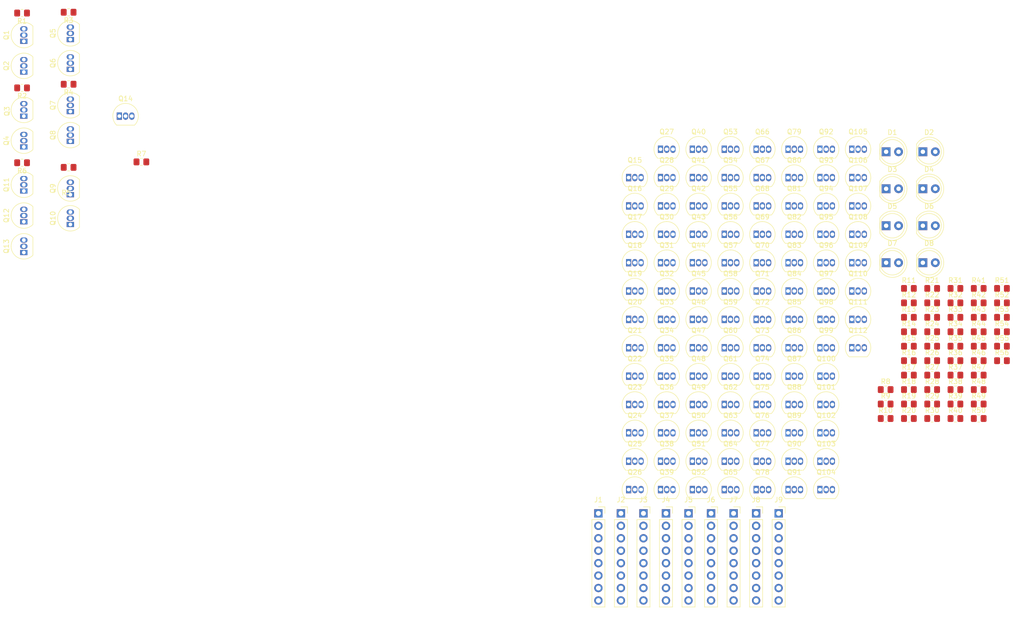
<source format=kicad_pcb>
(kicad_pcb (version 20240108) (generator "pcbnew") (generator_version "8.0")
  (layers (0 "F.Cu" signal) (31 "B.Cu" signal) (34 "B.Paste" user) (35 "F.Paste" user) (36 "B.SilkS" user "B.Silkscreen") (37 "F.SilkS" user "F.Silkscreen") (38 "B.Mask" user) (39 "F.Mask" user) (44 "Edge.Cuts" user))
  (net 0 "")
  (net 1 "Net-(D1-A)")
  (net 2 "Net-(D1-K)")
  (net 3 "Net-(D2-K)")
  (net 4 "Net-(D2-A)")
  (net 5 "Net-(D3-K)")
  (net 6 "Net-(D3-A)")
  (net 7 "Net-(D4-K)")
  (net 8 "Net-(D4-A)")
  (net 9 "Net-(D5-A)")
  (net 10 "Net-(D5-K)")
  (net 11 "Net-(D6-K)")
  (net 12 "Net-(D6-A)")
  (net 13 "Net-(D7-A)")
  (net 14 "Net-(D7-K)")
  (net 15 "Net-(D8-K)")
  (net 16 "Net-(D8-A)")
  (net 17 "/data1")
  (net 18 "/data7")
  (net 19 "/data0")
  (net 20 "/data4")
  (net 21 "/data6")
  (net 22 "/data2")
  (net 23 "/data5")
  (net 24 "/data3")
  (net 25 "/out4")
  (net 26 "/out2")
  (net 27 "/out0")
  (net 28 "/out7")
  (net 29 "/out5")
  (net 30 "/out6")
  (net 31 "/out1")
  (net 32 "/out3")
  (net 33 "+5V")
  (net 34 "GND")
  (net 35 "Net-(Q1-S)")
  (net 36 "Net-(Q1-G)")
  (net 37 "Net-(Q1-D)")
  (net 38 "Net-(Q2-G)")
  (net 39 "Net-(Q3-S)")
  (net 40 "/clk")
  (net 41 "Net-(Q5-S)")
  (net 42 "Net-(Q6-G)")
  (net 43 "Net-(Q7-S)")
  (net 44 "Net-(Q11-D)")
  (net 45 "Net-(Q10-D)")
  (net 46 "Net-(Q13-G)")
  (net 47 "Net-(Q11-S)")
  (net 48 "Net-(Q12-S)")
  (net 49 "Net-(Q15-S)")
  (net 50 "Net-(Q15-G)")
  (net 51 "Net-(Q15-D)")
  (net 52 "Net-(Q16-G)")
  (net 53 "Net-(Q17-S)")
  (net 54 "Net-(Q19-S)")
  (net 55 "Net-(Q19-D)")
  (net 56 "Net-(Q20-S)")
  (net 57 "Net-(Q21-G)")
  (net 58 "Net-(Q22-S)")
  (net 59 "Net-(Q24-S)")
  (net 60 "Net-(Q25-G)")
  (net 61 "Net-(Q26-S)")
  (net 62 "Net-(Q29-G)")
  (net 63 "Net-(Q29-S)")
  (net 64 "Net-(Q29-D)")
  (net 65 "Net-(Q30-G)")
  (net 66 "Net-(Q31-S)")
  (net 67 "Net-(Q33-D)")
  (net 68 "Net-(Q33-S)")
  (net 69 "Net-(Q34-S)")
  (net 70 "Net-(Q35-G)")
  (net 71 "Net-(Q36-S)")
  (net 72 "Net-(Q38-S)")
  (net 73 "Net-(Q39-G)")
  (net 74 "Net-(Q40-S)")
  (net 75 "Net-(Q43-G)")
  (net 76 "Net-(Q43-D)")
  (net 77 "Net-(Q43-S)")
  (net 78 "Net-(Q44-G)")
  (net 79 "Net-(Q45-S)")
  (net 80 "Net-(Q47-D)")
  (net 81 "Net-(Q47-S)")
  (net 82 "Net-(Q48-S)")
  (net 83 "Net-(Q49-G)")
  (net 84 "Net-(Q50-S)")
  (net 85 "Net-(Q52-S)")
  (net 86 "Net-(Q53-G)")
  (net 87 "Net-(Q54-S)")
  (net 88 "Net-(Q57-D)")
  (net 89 "Net-(Q57-G)")
  (net 90 "Net-(Q57-S)")
  (net 91 "Net-(Q58-G)")
  (net 92 "Net-(Q59-S)")
  (net 93 "Net-(Q61-S)")
  (net 94 "Net-(Q61-D)")
  (net 95 "Net-(Q62-S)")
  (net 96 "Net-(Q63-G)")
  (net 97 "Net-(Q64-S)")
  (net 98 "Net-(Q66-S)")
  (net 99 "Net-(Q67-G)")
  (net 100 "Net-(Q68-S)")
  (net 101 "Net-(Q71-D)")
  (net 102 "Net-(Q71-S)")
  (net 103 "Net-(Q71-G)")
  (net 104 "Net-(Q72-G)")
  (net 105 "Net-(Q73-S)")
  (net 106 "Net-(Q75-D)")
  (net 107 "Net-(Q75-S)")
  (net 108 "Net-(Q76-S)")
  (net 109 "Net-(Q77-G)")
  (net 110 "Net-(Q78-S)")
  (net 111 "Net-(Q80-S)")
  (net 112 "Net-(Q81-G)")
  (net 113 "Net-(Q82-S)")
  (net 114 "Net-(Q85-S)")
  (net 115 "Net-(Q85-G)")
  (net 116 "Net-(Q85-D)")
  (net 117 "Net-(Q86-G)")
  (net 118 "Net-(Q87-S)")
  (net 119 "Net-(Q89-D)")
  (net 120 "Net-(Q89-S)")
  (net 121 "Net-(Q90-S)")
  (net 122 "Net-(Q91-G)")
  (net 123 "Net-(Q92-S)")
  (net 124 "Net-(Q94-S)")
  (net 125 "Net-(Q95-G)")
  (net 126 "Net-(Q96-S)")
  (net 127 "Net-(Q101-G)")
  (net 128 "Net-(Q100-D)")
  (net 129 "Net-(Q103-G)")
  (net 130 "Net-(Q100-G)")
  (net 131 "Net-(Q101-S)")
  (net 132 "Net-(Q103-S)")
  (net 133 "Net-(Q103-D)")
  (net 134 "Net-(Q104-S)")
  (net 135 "Net-(Q105-G)")
  (net 136 "Net-(Q106-S)")
  (net 137 "Net-(Q108-S)")
  (net 138 "Net-(Q109-G)")
  (net 139 "Net-(Q110-S)")
  (footprint "Package_TO_SOT_THT:TO-92_Inline" (layer "F.Cu") (at 205.49 94)
    (property "Reference" "Q59")
    (property "Value" "2N7000")
  )
  (footprint "Package_TO_SOT_THT:TO-92_Inline" (layer "F.Cu") (at 212 94)
    (property "Reference" "Q72")
    (property "Value" "2N7000")
  )
  (footprint "Resistor_SMD:R_0805_2012Metric_Pad1.20x1.40mm_HandSolder" (layer "F.Cu") (at 86.5 61.85)
    (property "Reference" "R7")
    (property "Value" "R_Small_US")
  )
  (footprint "Resistor_SMD:R_0805_2012Metric_Pad1.20x1.40mm_HandSolder" (layer "F.Cu") (at 257.43 105.38)
    (property "Reference" "R47")
    (property "Value" "R_Small_US")
  )
  (footprint "Package_TO_SOT_THT:TO-92_Inline" (layer "F.Cu") (at 198.98 70.84)
    (property "Reference" "Q42")
    (property "Value" "2N7000")
  )
  (footprint "Package_TO_SOT_THT:TO-92_Inline" (layer "F.Cu") (at 218.51 128.74)
    (property "Reference" "Q91")
    (property "Value" "2N7000")
  )
  (footprint "Package_TO_SOT_THT:TO-92_Inline" (layer "F.Cu") (at 218.51 94)
    (property "Reference" "Q85")
    (property "Value" "2N7000")
  )
  (footprint "Package_TO_SOT_THT:TO-92_Inline" (layer "F.Cu") (at 198.98 94)
    (property "Reference" "Q46")
    (property "Value" "2N7000")
  )
  (footprint "Package_TO_SOT_THT:TO-92_Inline" (layer "F.Cu") (at 205.49 105.58)
    (property "Reference" "Q61")
    (property "Value" "2N7000")
  )
  (footprint "Package_TO_SOT_THT:TO-92_Inline" (layer "F.Cu") (at 231.53 76.63)
    (property "Reference" "Q108")
    (property "Value" "2N7000")
  )
  (footprint "Resistor_SMD:R_0805_2012Metric_Pad1.20x1.40mm_HandSolder" (layer "F.Cu") (at 252.68 102.43)
    (property "Reference" "R36")
    (property "Value" "R_Small_US")
  )
  (footprint "Resistor_SMD:R_0805_2012Metric_Pad1.20x1.40mm_HandSolder" (layer "F.Cu") (at 262.18 102.43)
    (property "Reference" "R56")
    (property "Value" "R_Small_US")
  )
  (footprint "Resistor_SMD:R_0805_2012Metric_Pad1.20x1.40mm_HandSolder" (layer "F.Cu") (at 252.68 90.63)
    (property "Reference" "R32")
    (property "Value" "R_Small_US")
  )
  (footprint "LED_THT:LED_D5.0mm" (layer "F.Cu") (at 238.53 74.88)
    (property "Reference" "D5")
    (property "Value" "LED")
  )
  (footprint "LED_THT:LED_D5.0mm" (layer "F.Cu") (at 246.03 74.88)
    (property "Reference" "D6")
    (property "Value" "LED")
  )
  (footprint "Package_TO_SOT_THT:TO-92_Inline" (layer "F.Cu") (at 205.49 99.79)
    (property "Reference" "Q60")
    (property "Value" "2N7000")
  )
  (footprint "Package_TO_SOT_THT:TO-92_Inline" (layer "F.Cu") (at 198.98 117.16)
    (property "Reference" "Q50")
    (property "Value" "2N7000")
  )
  (footprint "Package_TO_SOT_THT:TO-92_Inline" (layer "F.Cu") (at 218.51 105.58)
    (property "Reference" "Q87")
    (property "Value" "2N7000")
  )
  (footprint "Resistor_SMD:R_0805_2012Metric_Pad1.20x1.40mm_HandSolder" (layer "F.Cu") (at 71.64 31.295948 180)
    (property "Reference" "R3")
    (property "Value" "R_Small_US")
  )
  (footprint "Connector_PinSocket_2.54mm:PinSocket_1x08_P2.54mm_Vertical" (layer "F.Cu") (at 193.59 133.6)
    (property "Reference" "J4")
    (property "Value" "Conn_01x08_MountingPin")
  )
  (footprint "Resistor_SMD:R_0805_2012Metric_Pad1.20x1.40mm_HandSolder" (layer "F.Cu") (at 247.93 96.53)
    (property "Reference" "R24")
    (property "Value" "R_Small_US")
  )
  (footprint "Package_TO_SOT_THT:TO-92_Inline" (layer "F.Cu") (at 205.49 82.42)
    (property "Reference" "Q57")
    (property "Value" "2N7000")
  )
  (footprint "Resistor_SMD:R_0805_2012Metric_Pad1.20x1.40mm_HandSolder" (layer "F.Cu") (at 247.93 114.23)
    (property "Reference" "R30")
    (property "Value" "R_Small_US")
  )
  (footprint "Package_TO_SOT_THT:TO-92_Inline" (layer "F.Cu") (at 231.53 99.79)
    (property "Reference" "Q112")
    (property "Value" "2N7000")
  )
  (footprint "Package_TO_SOT_THT:TO-92_Inline" (layer "F.Cu") (at 225.02 59.26)
    (property "Reference" "Q92")
    (property "Value" "2N7000")
  )
  (footprint "Package_TO_SOT_THT:TO-92_Inline" (layer "F.Cu") (at 212 88.21)
    (property "Reference" "Q71")
    (property "Value" "2N7000")
  )
  (footprint "LED_THT:LED_D5.0mm" (layer "F.Cu") (at 246.03 82.43)
    (property "Reference" "D8")
    (property "Value" "LED")
  )
  (footprint "Package_TO_SOT_THT:TO-92_Inline" (layer "F.Cu") (at 62.5 67.79 90)
    (property "Reference" "Q11")
    (property "Value" "2N7000")
  )
  (footprint "Package_TO_SOT_THT:TO-92_Inline" (layer "F.Cu") (at 192.47 99.79)
    (property "Reference" "Q34")
    (property "Value" "2N7000")
  )
  (footprint "Resistor_SMD:R_0805_2012Metric_Pad1.20x1.40mm_HandSolder" (layer "F.Cu") (at 247.93 87.68)
    (property "Reference" "R21")
    (property "Value" "R_Small_US")
  )
  (footprint "Resistor_SMD:R_0805_2012Metric_Pad1.20x1.40mm_HandSolder" (layer "F.Cu") (at 243.18 93.58)
    (property "Reference" "R13")
    (property "Value" "R_Small_US")
  )
  (footprint "Package_TO_SOT_THT:TO-92_Inline" (layer "F.Cu") (at 225.02 65.05)
    (property "Reference" "Q93")
    (property "Value" "2N7000")
  )
  (footprint "Resistor_SMD:R_0805_2012Metric_Pad1.20x1.40mm_HandSolder" (layer "F.Cu") (at 243.18 105.38)
    (property "Reference" "R17")
    (property "Value" "R_Small_US")
  )
  (footprint "Connector_PinSocket_2.54mm:PinSocket_1x08_P2.54mm_Vertical" (layer "F.Cu") (at 216.59 133.6)
    (property "Reference" "J9")
    (property "Value" "Conn_01x08_MountingPin")
  )
  (footprint "Package_TO_SOT_THT:TO-92_Inline" (layer "F.Cu") (at 192.47 59.26)
    (property "Reference" "Q27")
    (property "Value" "2N7000")
  )
  (footprint "LED_THT:LED_D5.0mm" (layer "F.Cu") (at 246.03 59.78)
    (property "Reference" "D2")
    (property "Value" "LED")
  )
  (footprint "Package_TO_SOT_THT:TO-92_Inline" (layer "F.Cu") (at 225.02 88.21)
    (property "Reference" "Q97")
    (property "Value" "2N7000")
  )
  (footprint "Package_TO_SOT_THT:TO-92_Inline" (layer "F.Cu") (at 192.47 117.16)
    (property "Reference" "Q37")
    (property "Value" "2N7000")
  )
  (footprint "Package_TO_SOT_THT:TO-92_Inline" (layer "F.Cu") (at 198.98 76.63)
    (property "Reference" "Q43")
    (property "Value" "2N7000")
  )
  (footprint "Package_TO_SOT_THT:TO-92_Inline" (layer "F.Cu") (at 218.51 99.79)
    (property "Reference" "Q86")
    (property "Value" "2N7000")
  )
  (footprint "Package_TO_SOT_THT:TO-92_Inline" (layer "F.Cu") (at 192.47 128.74)
    (property "Reference" "Q39")
    (property "Value" "2N7000")
  )
  (footprint "Package_TO_SOT_THT:TO-92_Inline" (layer "F.Cu") (at 62.5 74.07 90)
    (property "Reference" "Q12")
    (property "Value" "2N7000")
  )
  (footprint "Resistor_SMD:R_0805_2012Metric_Pad1.20x1.40mm_HandSolder" (layer "F.Cu") (at 71.64 45.99378 180)
    (property "Reference" "R4")
    (property "Value" "R_Small_US")
  )
  (footprint "Package_TO_SOT_THT:TO-92_Inline" (layer "F.Cu") (at 205.49 88.21)
    (property "Reference" "Q58")
    (property "Value" "2N7000")
  )
  (footprint "Resistor_SMD:R_0805_2012Metric_Pad1.20x1.40mm_HandSolder" (layer "F.Cu") (at 247.93 105.38)
    (property "Reference" "R27")
    (property "Value" "R_Small_US")
  )
  (footprint "Resistor_SMD:R_0805_2012Metric_Pad1.20x1.40mm_HandSolder" (layer "F.Cu") (at 62.14 46.74 180)
    (property "Reference" "R2")
    (property "Value" "R_Small_US")
  )
  (footprint "Package_TO_SOT_THT:TO-92_Inline" (layer "F.Cu") (at 225.02 128.74)
    (property "Reference" "Q104")
    (property "Value" "2N7000")
  )
  (footprint "Package_TO_SOT_THT:TO-92_Inline" (layer "F.Cu") (at 212 76.63)
    (property "Reference" "Q69")
    (property "Value" "2N7000")
  )
  (footprint "Resistor_SMD:R_0805_2012Metric_Pad1.20x1.40mm_HandSolder" (layer "F.Cu") (at 252.68 114.23)
    (property "Reference" "R40")
    (property "Value" "R_Small_US")
  )
  (footprint "Package_TO_SOT_THT:TO-92_Inline" (layer "F.Cu") (at 62.5 52.51 90)
    (property "Reference" "Q3")
    (property "Value" "2N7000")
  )
  (footprint "Package_TO_SOT_THT:TO-92_Inline" (layer "F.Cu") (at 218.51 88.21)
    (property "Reference" "Q84")
    (property "Value" "2N7000")
  )
  (footprint "Package_TO_SOT_THT:TO-92_Inline" (layer "F.Cu") (at 205.49 122.95)
    (property "Reference" "Q64")
    (property "Value" "2N7000")
  )
  (footprint "Package_TO_SOT_THT:TO-92_Inline" (layer "F.Cu") (at 192.47 65.05)
    (property "Reference" "Q28")
    (property "Value" "2N7000")
  )
  (footprint "Package_TO_SOT_THT:TO-92_Inline" (layer "F.Cu") (at 72 57.655668 90)
    (property "Reference" "Q8")
    (property "Value" "2N7000")
  )
  (footprint "Resistor_SMD:R_0805_2012Metric_Pad1.20x1.40mm_HandSolder" (layer "F.Cu") (at 243.18 90.63)
    (property "Reference" "R12")
    (property "Value" "R_Small_US")
  )
  (footprint "Package_TO_SOT_THT:TO-92_Inline" (layer "F.Cu") (at 218.51 111.37)
    (property "Reference" "Q88")
    (property "Value" "2N7000")
  )
  (footprint "Package_TO_SOT_THT:TO-92_Inline" (layer "F.Cu") (at 231.53 65.05)
    (property "Reference" "Q106")
    (property "Value" "2N7000")
  )
  (footprint "Package_TO_SOT_THT:TO-92_Inline" (layer "F.Cu") (at 212 82.42)
    (property "Reference" "Q70")
    (property "Value" "2N7000")
  )
  (footprint "Package_TO_SOT_THT:TO-92_Inline" (layer "F.Cu") (at 185.96 65.05)
    (property "Reference" "Q15")
    (property "Value" "2N7000")
  )
  (footprint "Package_TO_SOT_THT:TO-92_Inline" (layer "F.Cu") (at 225.02 122.95)
    (property "Reference" "Q103")
    (property "Value" "2N7000")
  )
  (footprint "Connector_PinSocket_2.54mm:PinSocket_1x08_P2.54mm_Vertical" (layer "F.Cu") (at 202.79 133.6)
    (property "Reference" "J6")
    (property "Value" "Conn_01x08_MountingPin")
  )
  (footprint "Resistor_SMD:R_0805_2012Metric_Pad1.20x1.40mm_HandSolder" (layer "F.Cu") (at 238.43 111.28)
    (property "Reference" "R9")
    (property "Value" "R_Small_US")
  )
  (footprint "Package_TO_SOT_THT:TO-92_Inline" (layer "F.Cu") (at 225.02 117.16)
    (property "Reference" "Q102")
    (property "Value" "2N7000")
  )
  (footprint "Package_TO_SOT_THT:TO-92_Inline" (layer "F.Cu") (at 218.51 82.42)
    (property "Reference" "Q83")
    (property "Value" "2N7000")
  )
  (footprint "Package_TO_SOT_THT:TO-92_Inline" (layer "F.Cu") (at 192.47 111.37)
    (property "Reference" "Q36")
    (property "Value" "2N7000")
  )
  (footprint "Resistor_SMD:R_0805_2012Metric_Pad1.20x1.40mm_HandSolder" (layer "F.Cu") (at 243.18 102.43)
    (property "Reference" "R16")
    (property "Value" "R_Small_US")
  )
  (footprint "Package_TO_SOT_THT:TO-92_Inline" (layer "F.Cu") (at 62.5 43.51 90)
    (property "Reference" "Q2")
    (property "Value" "2N7000")
  )
  (footprint "Package_TO_SOT_THT:TO-92_Inline" (layer "F.Cu") (at 185.96 128.74)
    (property "Reference" "Q26")
    (property "Value" "2N7000")
  )
  (footprint "Package_TO_SOT_THT:TO-92_Inline" (layer "F.Cu") (at 72 74.625948 90)
    (property "Reference" "Q10")
    (property "Value" "2N7000")
  )
  (footprint "Package_TO_SOT_THT:TO-92_Inline" (layer "F.Cu") (at 225.02 99.79)
    (property "Reference" "Q99")
    (property "Value" "2N7000")
  )
  (footprint "Package_TO_SOT_THT:TO-92_Inline" (layer "F.Cu") (at 212 105.58)
    (property "Reference" "Q74")
    (property "Value" "2N7000")
  )
  (footprint "Package_TO_SOT_THT:TO-92_Inline" (layer "F.Cu") (at 198.98 111.37)
    (property "Reference" "Q49")
    (property "Value" "2N7000")
  )
  (footprint "Package_TO_SOT_THT:TO-92_Inline" (layer "F.Cu") (at 192.47 122.95)
    (property "Reference" "Q38")
    (property "Value" "2N7000")
  )
  (footprint "Resistor_SMD:R_0805_2012Metric_Pad1.20x1.40mm_HandSolder" (layer "F.Cu") (at 247.93 99.48)
    (property "Reference" "R25")
    (property "Value" "R_Small_US")
  )
  (footprint "Resistor_SMD:R_0805_2012Metric_Pad1.20x1.40mm_HandSolder" (layer "F.Cu") (at 252.68 87.68)
    (property "Reference" "R31")
    (property "Value" "R_Small_US")
  )
  (footprint "Package_TO_SOT_THT:TO-92_Inline" (layer "F.Cu") (at 72 42.957836 90)
    (property "Reference" "Q6")
    (property "Value" "2N7000")
  )
  (footprint "Package_TO_SOT_THT:TO-92_Inline" (layer "F.Cu") (at 185.96 70.84)
    (property "Reference" "Q16")
    (property "Value" "2N7000")
  )
  (footprint "Package_TO_SOT_THT:TO-92_Inline" (layer "F.Cu") (at 231.53 82.42)
    (property "Reference" "Q109")
    (property "Value" "2N7000")
  )
  (footprint "Package_TO_SOT_THT:TO-92_Inline" (layer "F.Cu") (at 212 70.84)
    (property "Reference" "Q68")
    (property "Value" "2N7000")
  )
  (footprint "Package_TO_SOT_THT:TO-92_Inline" (layer "F.Cu") (at 198.98 122.95)
    (property "Reference" "Q51")
    (property "Value" "2N7000")
  )
  (footprint "Resistor_SMD:R_0805_2012Metric_Pad1.20x1.40mm_HandSolder" (layer "F.Cu") (at 257.43 93.58)
    (property "Reference" "R43")
    (property "Value" "R_Small_US")
  )
  (footprint "Package_TO_SOT_THT:TO-92_Inline" (layer "F.Cu") (at 192.47 70.84)
    (property "Reference" "Q29")
    (property "Value" "2N7000")
  )
  (footprint "Resistor_SMD:R_0805_2012Metric_Pad1.20x1.40mm_HandSolder" (layer "F.Cu") (at 247.93 111.28)
    (property "Reference" "R29")
    (property "Value" "R_Small_US")
  )
  (footprint "Resistor_SMD:R_0805_2012Metric_Pad1.20x1.40mm_HandSolder" (layer "F.Cu") (at 243.18 96.53)
    (property "Reference" "R14")
    (property "Value" "R_Small_US")
  )
  (footprint "Package_TO_SOT_THT:TO-92_Inline" (layer "F.Cu") (at 185.96 94)
    (property "Reference" "Q20")
    (property "Value" "2N7000")
  )
  (footprint "Package_TO_SOT_THT:TO-92_Inline" (layer "F.Cu") (at 185.96 76.63)
    (property "Reference" "Q17")
    (property "Value" "2N7000")
  )
  (footprint "Resistor_SMD:R_0805_2012Metric_Pad1.20x1.40mm_HandSolder" (layer "F.Cu") (at 238.43 114.23)
    (property "Reference" "R10")
    (property "Value" "R_Small_US")
  )
  (footprint "Resistor_SMD:R_0805_2012Metric_Pad1.20x1.40mm_HandSolder" (layer "F.Cu") (at 252.68 96.53)
    (property "Reference" "R34")
    (property "Value" "R_Small_US")
  )
  (footprint "Package_TO_SOT_THT:TO-92_Inline" (layer "F.Cu") (at 225.02 76.63)
    (property "Reference" "Q95")
    (property "Value" "2N7000")
  )
  (footprint "LED_THT:LED_D5.0mm" (layer "F.Cu") (at 238.53 67.33)
    (property "Reference" "D3")
    (property "Value" "LED")
  )
  (footprint "Connector_PinSocket_2.54mm:PinSocket_1x08_P2.54mm_Vertical" (layer "F.Cu") (at 198.19 133.6)
    (property "Reference" "J5")
    (property "Value" "Conn_01x08_MountingPin")
  )
  (footprint "Resistor_SMD:R_0805_2012Metric_Pad1.20x1.40mm_HandSolder" (layer "F.Cu") (at 262.18 99.48)
    (property "Reference" "R55")
    (property "Value" "R_Small_US")
  )
  (footprint "Package_TO_SOT_THT:TO-92_Inline" (layer "F.Cu") (at 198.98 99.79)
    (property "Reference" "Q47")
    (property "Value" "2N7000")
  )
  (footprint "Package_TO_SOT_THT:TO-92_Inline" (layer "F.Cu") (at 192.47 76.63)
    (property "Reference" "Q30")
    (property "Value" "2N7000")
  )
  (footprint "Package_TO_SOT_THT:TO-92_Inline" (layer "F.Cu") (at 218.51 117.16)
    (property "Reference" "Q89")
    (property "Value" "2N7000")
  )
  (footprint "Package_TO_SOT_THT:TO-92_Inline" (layer "F.Cu") (at 185.96 99.79)
    (property "Reference" "Q21")
    (property "Value" "2N7000")
  )
  (footprint "Package_TO_SOT_THT:TO-92_Inline" (layer "F.Cu") (at 185.96 117.16)
    (property "Reference" "Q24")
    (property "Value" "2N7000")
  )
  (footprint "Resistor_SMD:R_0805_2012Metric_Pad1.20x1.40mm_HandSolder" (layer "F.Cu") (at 262.18 87.68)
    (property "Reference" "R51")
    (property "Value" "R_Small_US")
  )
  (footprint "Resistor_SMD:R_0805_2012Metric_Pad1.20x1.40mm_HandSolder" (layer "F.Cu") (at 262.18 93.58)
    (property "Reference" "R53")
    (property "Value" "R_Small_US")
  )
  (footprint "Package_TO_SOT_THT:TO-92_Inline" (layer "F.Cu") (at 205.49 70.84)
    (property "Reference" "Q55")
    (property "Value" "2N7000")
  )
  (footprint "Package_TO_SOT_THT:TO-92_Inline" (layer "F.Cu") (at 72 68.54 90)
    (property "Reference" "Q9")
    (property "Value" "2N7000")
  )
  (footprint "Resistor_SMD:R_0805_2012Metric_Pad1.20x1.40mm_HandSolder" (layer "F.Cu") (at 257.43 99.48)
    (property "Reference" "R45")
    (property "Value" "R_Small_US")
  )
  (footprint "Package_TO_SOT_THT:TO-92_Inline" (layer "F.Cu") (at 185.96 122.95)
    (property "Reference" "Q25")
    (property "Value" "2N7000")
  )
  (footprint "Package_TO_SOT_THT:TO-92_Inline" (layer "F.Cu") (at 205.49 76.63)
    (property "Reference" "Q56")
    (property "Value" "2N7000")
  )
  (footprint "Connector_PinSocket_2.54mm:PinSocket_1x08_P2.54mm_Vertical" (layer "F.Cu") (at 211.99 133.6)
    (property "Reference" "J8")
    (property "Value" "Conn_01x08_MountingPin")
  )
  (footprint "Resistor_SMD:R_0805_2012Metric_Pad1.20x1.40mm_HandSolder" (layer "F.Cu") (at 257.43 114.23)
    (property "Reference" "R50")
    (property "Value" "R_Small_US")
  )
  (footprint "Resistor_SMD:R_0805_2012Metric_Pad1.20x1.40mm_HandSolder" (layer "F.Cu") (at 257.43 111.28)
    (property "Reference" "R49")
    (property "Value" "R_Small_US")
  )
  (footprint "Resistor_SMD:R_0805_2012Metric_Pad1.20x1.40mm_HandSolder" (layer "F.Cu") (at 262.18 96.53)
    (property "Reference" "R54")
    (property "Value" "R_Small_US")
  )
  (footprint "Package_TO_SOT_THT:TO-92_Inline" (layer "F.Cu") (at 198.98 65.05)
    (property "Reference" "Q41")
    (property "Value" "2N7000")
  )
  (footprint "Package_TO_SOT_THT:TO-92_Inline" (layer "F.Cu") (at 205.49 59.26)
    (property "Reference" "Q53")
    (property "Value" "2N7000")
  )
  (footprint "Package_TO_SOT_THT:TO-92_Inline" (layer "F.Cu") (at 198.98 88.21)
    (property "Reference" "Q45")
    (property "Value" "2N7000")
  )
  (footprint "Package_TO_SOT_THT:TO-92_Inline" (layer "F.Cu") (at 185.96 105.58)
    (property "Reference" "Q22")
    (property "Value" "2N7000")
  )
  (footprint "Package_TO_SOT_THT:TO-92_Inline" (layer "F.Cu") (at 72 36.871892 90)
    (property "Reference" "Q5")
    (property "Value" "2N7000")
  )
  (footprint "Resistor_SMD:R_0805_2012Metric_Pad1.20x1.40mm_HandSolder" (layer "F.Cu") (at 257.43 87.68)
    (property "Reference" "R41")
    (property "Value" "R_Small_US")
  )
  (footprint "Package_TO_SOT_THT:TO-92_Inline" (layer "F.Cu") (at 192.47 88.21)
    (property "Reference" "Q32")
    (property "Value" "2N7000")
  )
  (footprint "Package_TO_SOT_THT:TO-92_Inline" (layer "F.Cu") (at 218.51 70.84)
    (property "Reference" "Q81")
    (property "Value" "2N7000")
  )
  (footprint "Package_TO_SOT_THT:TO-92_Inline" (layer "F.Cu") (at 192.47 82.42)
    (property "Reference" "Q31")
    (property "Value" "2N7000")
  )
  (footprint "Resistor_SMD:R_0805_2012Metric_Pad1.20x1.40mm_HandSolder" (layer "F.Cu") (at 262.18 90.63)
    (property "Reference" "R52")
    (property "Value" "R_Small_US")
  )
  (footprint "Package_TO_SOT_THT:TO-92_Inline" (layer "F.Cu") (at 231.53 88.21)
    (property "Reference" "Q110")
    (property "Value" "2N7000")
  )
  (footprint "Resistor_SMD:R_0805_2012Metric_Pad1.20x1.40mm_HandSolder" (layer "F.Cu") (at 62.14 31.46 180)
    (property "Reference" "R1")
    (property "Value" "R_Small_US")
  )
  (footprint "Package_TO_SOT_THT:TO-92_Inline" (layer "F.Cu") (at 192.47 105.58)
    (property "Reference" "Q35")
    (property "Value" "2N7000")
  )
  (footprint "Resistor_SMD:R_0805_2012Metric_Pad1.20x1.40mm_HandSolder" (layer "F.Cu") (at 247.93 90.63)
    (property "Reference" "R22")
    (property "Value" "R_Small_US")
  )
  (footprint "Package_TO_SOT_THT:TO-92_Inline" (layer "F.Cu") (at 225.02 105.58)
    (property "Reference" "Q100")
    (property "Value" "2N7000")
  )
  (footprint "Resistor_SMD:R_0805_2012Metric_Pad1.20x1.40mm_HandSolder" (layer "F.Cu") (at 247.93 93.58)
    (property "Reference" "R23")
    (property "Value" "R_Small_US")
  )
  (footprint "Resistor_SMD:R_0805_2012Metric_Pad1.20x1.40mm_HandSolder" (layer "F.Cu") (at 252.68 111.28)
    (property "Reference" "R39")
    (property "Value" "R_Small_US")
  )
  (footprint "Package_TO_SOT_THT:TO-92_Inline" (layer "F.Cu") (at 198.98 59.26)
    (property "Reference" "Q40")
    (property "Value" "2N7000")
  )
  (footprint "Connector_PinSocket_2.54mm:PinSocket_1x08_P2.54mm_Vertical" (layer "F.Cu") (at 179.79 133.6)
    (property "Reference" "J1")
    (property "Value" "Conn_01x08_MountingPin")
  )
  (footprint "Package_TO_SOT_THT:TO-92_Inline" (layer "F.Cu") (at 192.47 94)
    (property "Reference" "Q33")
    (property "Value" "2N7000")
  )
  (footprint "Resistor_SMD:R_0805_2012Metric_Pad1.20x1.40mm_HandSolder" (layer "F.Cu") (at 62.14 62.02 180)
    (property "Reference" "R6")
    (property "Value" "R_Small_US")
  )
  (footprint "Connector_PinSocket_2.54mm:PinSocket_1x08_P2.54mm_Vertical" (layer "F.Cu") (at 207.39 133.6)
    (property "Reference" "J7")
    (property "Value" "Conn_01x08_MountingPin")
  )
  (footprint "Package_TO_SOT_THT:TO-92_Inline" (layer "F.Cu") (at 62.5 80.35 90)
    (property "Reference" "Q13")
    (property "Value" "2N7000")
  )
  (footprint "Resistor_SMD:R_0805_2012Metric_Pad1.20x1.40mm_HandSolder" (layer "F.Cu") (at 252.68 105.38)
    (property "Reference" "R37")
    (property "Value" "R_Small_US")
  )
  (footprint "Package_TO_SOT_THT:TO-92_Inline" (layer "F.Cu") (at 225.02 94)
    (property "Reference" "Q98")
    (property "Value" "2N7000")
  )
  (footprint "Package_TO_SOT_THT:TO-92_Inline" (layer "F.Cu") (at 212 99.79)
    (property "Reference" "Q73")
    (property "Value" "2N7000")
  )
  (footprint "Package_TO_SOT_THT:TO-92_Inline" (layer "F.Cu") (at 185.96 82.42)
    (property "Reference" "Q18")
    (property "Value" "2N7000")
  )
  (footprint "Resistor_SMD:R_0805_2012Metric_Pad1.20x1.40mm_HandSolder" (layer "F.Cu") (at 243.18 114.23)
    (property "Reference" "R20")
    (property "Value" "R_Small_US")
  )
  (footprint "Package_TO_SOT_THT:TO-92_Inline" (layer "F.Cu") (at 225.02 70.84)
    (property "Reference" "Q94")
    (property "Value" "2N7000")
  )
  (footprint "LED_THT:LED_D5.0mm" (layer "F.Cu") (at 238.53 82.43)
    (property "Reference" "D7")
    (property "Value" "LED")
  )
  (footprint "Resistor_SMD:R_0805_2012Metric_Pad1.20x1.40mm_HandSolder" (layer "F.Cu") (at 243.18 99.48)
    (property "Reference" "R15")
    (property "Value" "R_Small_US")
  )
  (footprint "Package_TO_SOT_THT:TO-92_Inline" (layer "F.Cu") (at 212 117.16)
    (property "Reference" "Q76")
    (property "Value" "2N7000")
  )
  (footprint "Package_TO_SOT_THT:TO-92_Inline" (layer "F.Cu") (at 231.53 59.26)
    (property "Reference" "Q105")
    (property "Value" "2N7000")
  )
  (footprint "Connector_PinSocket_2.54mm:PinSocket_1x08_P2.54mm_Vertical" (layer "F.Cu") (at 188.99 133.6)
    (property "Reference" "J3")
    (property "Value" "Conn_01x08_MountingPin")
  )
  (footprint "Package_TO_SOT_THT:TO-92_Inline" (layer "F.Cu") (at 205.49 65.05)
    (property "Reference" "Q54")
    (property "Value" "2N7000")
  )
  (footprint "Package_TO_SOT_THT:TO-92_Inline" (layer "F.Cu") (at 231.53 94)
    (property "Reference" "Q111")
    (property "Value" "2N7000")
  )
  (footprint "Resistor_SMD:R_0805_2012Metric_Pad1.20x1.40mm_HandSolder" (layer "F.Cu") (at 247.93 108.33)
    (property "Reference" "R28")
    (property "Value" "R_Small_US")
  )
  (footprint "Package_TO_SOT_THT:TO-92_Inline" (layer "F.Cu") (at 72 51.569724 90)
    (property "Reference" "Q7")
    (property "Value" "2N7000")
  )
  (footprint "Package_TO_SOT_THT:TO-92_Inline" (layer "F.Cu") (at 225.02 82.42)
    (property "Reference" "Q96")
    (property "Value" "2N7000")
  )
  (footprint "Package_TO_SOT_THT:TO-92_Inline" (layer "F.Cu") (at 212 111.37)
    (property "Reference" "Q75")
    (property "Value" "2N7000")
  )
  (footprint "LED_THT:LED_D5.0mm" (layer "F.Cu") (at 238.53 59.78)
    (property "Reference" "D1")
    (property "Value" "LED")
  )
  (footprint "Connector_PinSocket_2.54mm:PinSocket_1x08_P2.54mm_Vertical" (layer "F.Cu") (at 184.39 133.6)
    (property "Reference" "J2")
    (property "Value" "Conn_01x08_MountingPin")
  )
  (footprint "Package_TO_SOT_THT:TO-92_Inline" (layer "F.Cu") (at 198.98 105.58)
    (property "Reference" "Q48")
    (property "Value" "2N7000")
  )
  (footprint "Package_TO_SOT_THT:TO-92_Inline" (layer "F.Cu") (at 218.51 65.05)
    (property "Reference" "Q80")
    (property "Value" "2N7000")
  )
  (footprint "Package_TO_SOT_THT:TO-92_Inline" (layer "F.Cu") (at 198.98 128.74)
    (property "Reference" "Q52")
    (property "Value" "2N7000")
  )
  (footprint "Resistor_SMD:R_0805_2012Metric_Pad1.20x1.40mm_HandSolder" (layer "F.Cu") (at 243.18 108.33)
    (property "Reference" "R18")
    (property "Value" "R_Small_US")
  )
  (footprint "Resistor_SMD:R_0805_2012Metric_Pad1.20x1.40mm_HandSolder" (layer "F.Cu") (at 257.43 102.43)
    (property "Reference" "R46")
    (property "Value" "R_Small_US")
  )
  (footprint "Resistor_SMD:R_0805_2012Metric_Pad1.20x1.40mm_HandSolder" (layer "F.Cu") (at 257.43 108.33)
    (property "Reference" "R48")
    (property "Value" "R_Small_US")
  )
  (footprint "Resistor_SMD:R_0805_2012Metric_Pad1.20x1.40mm_HandSolder" (layer "F.Cu") (at 243.18 111.28)
    (property "Reference" "R19")
    (property "Value" "R_Small_US")
  )
  (footprint "Package_TO_SOT_THT:TO-92_Inline" (layer "F.Cu") (at 218.51 59.26)
    (property "Reference" "Q79")
    (property "Value" "2N7000")
  )
  (footprint "Package_TO_SOT_THT:TO-92_Inline" (layer "F.Cu") (at 231.53 70.84)
    (property "Reference" "Q107")
    (property "Value" "2N7000")
  )
  (footprint "Resistor_SMD:R_0805_2012Metric_Pad1.20x1.40mm_HandSolder" (layer "F.Cu") (at 252.68 93.58)
    (property "Reference" "R33")
    (property "Value" "R_Small_US")
  )
  (footprint "Resistor_SMD:R_0805_2012Metric_Pad1.20x1.40mm_HandSolder" (layer "F.Cu") (at 71.64 62.964056 180)
    (property "Reference" "R5")
    (property "Value" "R_Small_US")
  )
  (footprint "Package_TO_SOT_THT:TO-92_Inline" (layer "F.Cu") (at 205.49 128.74)
    (property "Reference" "Q65")
    (property "Value" "2N7000")
  )
  (footprint "Resistor_SMD:R_0805_2012Metric_Pad1.20x1.40mm_HandSolder" (layer "F.Cu") (at 252.68 108.33)
    (property "Reference" "R38")
    (property "Value" "R_Small_US")
  )
  (footprint "Package_TO_SOT_THT:TO-92_Inline" (layer "F.Cu") (at 218.51 76.63)
    (property "Reference" "Q82")
    (property "Value" "2N7000")
  )
  (footprint "Package_TO_SOT_THT:TO-92_Inline" (layer "F.Cu") (at 205.49 117.16)
    (property "Reference" "Q63")
    (property "Value" "2N7000")
  )
  (footprint "Package_TO_SOT_THT:TO-92_Inline" (layer "F.Cu") (at 225.02 111.37)
    (property "Reference" "Q101")
    (property "Value" "2N7000")
  )
  (footprint "Package_TO_SOT_THT:TO-92_Inline" (layer "F.Cu") (at 212 128.74)
    (property "Reference" "Q78")
    (property "Value" "2N7000")
  )
  (footprint "Package_TO_SOT_THT:TO-92_Inline" (layer "F.Cu") (at 62.5 37.23 90)
    (property "Reference" "Q1")
    (property "Value" "2N7000")
  )
  (footprint "Package_TO_SOT_THT:TO-92_Inline" (layer "F.Cu") (at 62.5 58.79 90)
    (property "Reference" "Q4")
    (property "Value" "2N7000")
  )
  (footprint "Package_TO_SOT_THT:TO-92_Inline" (layer "F.Cu") (at 212 122.95)
    (property "Reference" "Q77")
    (property "Value" "2N7000")
  )
  (footprint "Resistor_SMD:R_0805_2012Metric_Pad1.20x1.40mm_HandSolder" (layer "F.Cu") (at 243.18 87.68)
    (property "Reference" "R11")
    (property "Value" "R_Small_US")
  )
  (footprint "Package_TO_SOT_THT:TO-92_Inline" (layer "F.Cu") (at 185.96 111.37)
    (property "Reference" "Q23")
    (property "Value" "2N7000")
  )
  (footprint "Resistor_SMD:R_0805_2012Metric_Pad1.20x1.40mm_HandSolder" (layer "F.Cu") (at 257.43 90.63)
    (property "Reference" "R42")
    (property "Value" "R_Small_US")
  )
  (footprint "LED_THT:LED_D5.0mm" (layer "F.Cu") (at 246.03 67.33)
    (property "Reference" "D4")
    (property "Value" "LED")
  )
  (footprint "Package_TO_SOT_THT:TO-92_Inline" (layer "F.Cu") (at 198.98 82.42)
    (property "Reference" "Q44")
    (property "Value" "2N7000")
  )
  (footprint "Package_TO_SOT_THT:TO-92_Inline" (layer "F.Cu") (at 185.96 88.21)
    (property "Reference" "Q19")
    (property "Value" "2N7000")
  )
  (footprint "Resistor_SMD:R_0805_2012Metric_Pad1.20x1.40mm_HandSolder" (layer "F.Cu") (at 252.68 99.48)
    (property "Reference" "R35")
    (property "Value" "R_Small_US")
  )
  (footprint "Package_TO_SOT_THT:TO-92_Inline" (layer "F.Cu") (at 205.49 111.37)
    (property "Reference" "Q62")
    (property "Value" "2N7000")
  )
  (footprint "Package_TO_SOT_THT:TO-92_Inline" (layer "F.Cu") (at 212 65.05)
    (property "Reference" "Q67")
    (property "Value" "2N7000")
  )
  (footprint "Package_TO_SOT_THT:TO-92_Inline" (layer "F.Cu") (at 218.51 122.95)
    (property "Reference" "Q90")
    (property "Value" "2N7000")
  )
  (footprint "Package_TO_SOT_THT:TO-92_Inline" (layer "F.Cu") (at 212 59.26)
    (property "Reference" "Q66")
    (property "Value" "2N7000")
  )
  (footprint "Resistor_SMD:R_0805_2012Metric_Pad1.20x1.40mm_HandSolder" (layer "F.Cu") (at 238.43 108.33)
    (property "Reference" "R8")
    (property "Value" "R_Small_US")
  )
  (footprint "Resistor_SMD:R_0805_2012Metric_Pad1.20x1.40mm_HandSolder" (layer "F.Cu") (at 247.93 102.43)
    (property "Reference" "R26")
    (property "Value" "R_Small_US")
  )
  (footprint "Resistor_SMD:R_0805_2012Metric_Pad1.20x1.40mm_HandSolder" (layer "F.Cu") (at 257.43 96.53)
    (property "Reference" "R44")
    (property "Value" "R_Small_US")
  )
  (footprint "Package_TO_SOT_THT:TO-92_Inline" (layer "F.Cu") (at 82 52.5)
    (property "Reference" "Q14")
    (property "Value" "2N7000")
  )
)
</source>
